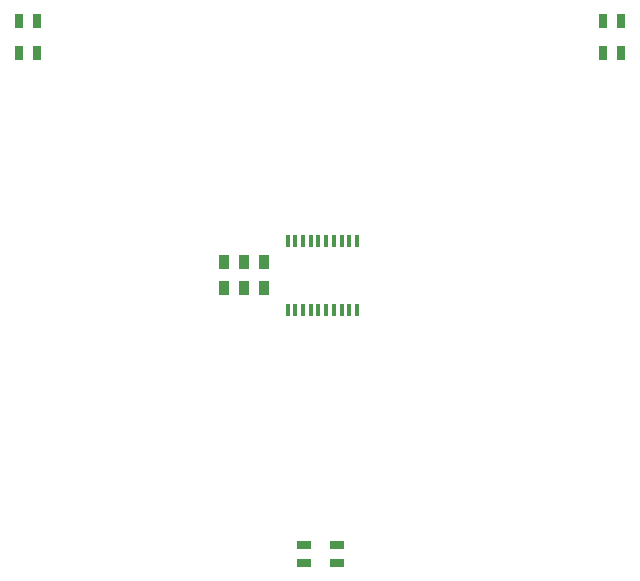
<source format=gbr>
G04 #@! TF.GenerationSoftware,KiCad,Pcbnew,(5.1.9)-1*
G04 #@! TF.CreationDate,2021-03-14T15:16:18+00:00*
G04 #@! TF.ProjectId,Retrospector_Controls,52657472-6f73-4706-9563-746f725f436f,rev?*
G04 #@! TF.SameCoordinates,Original*
G04 #@! TF.FileFunction,Paste,Bot*
G04 #@! TF.FilePolarity,Positive*
%FSLAX46Y46*%
G04 Gerber Fmt 4.6, Leading zero omitted, Abs format (unit mm)*
G04 Created by KiCad (PCBNEW (5.1.9)-1) date 2021-03-14 15:16:18*
%MOMM*%
%LPD*%
G01*
G04 APERTURE LIST*
%ADD10R,1.300000X0.700000*%
%ADD11R,0.700000X1.300000*%
%ADD12R,0.400000X1.000000*%
%ADD13R,0.900000X1.200000*%
G04 APERTURE END LIST*
D10*
X128650000Y-98550000D03*
X131400000Y-98550000D03*
X128650000Y-97050000D03*
X131400000Y-97050000D03*
D11*
X153950000Y-52650000D03*
X153950000Y-55400000D03*
X155450000Y-52650000D03*
X155450000Y-55400000D03*
X104550000Y-52650000D03*
X104550000Y-55400000D03*
X106050000Y-52650000D03*
X106050000Y-55400000D03*
D12*
X133125000Y-77100000D03*
X132475000Y-77100000D03*
X131825000Y-77100000D03*
X131175000Y-77100000D03*
X130525000Y-77100000D03*
X129875000Y-77100000D03*
X129225000Y-77100000D03*
X128575000Y-77100000D03*
X127925000Y-77100000D03*
X127275000Y-77100000D03*
X127275000Y-71300000D03*
X127925000Y-71300000D03*
X128575000Y-71300000D03*
X129225000Y-71300000D03*
X129875000Y-71300000D03*
X130525000Y-71300000D03*
X131175000Y-71300000D03*
X131825000Y-71300000D03*
X132475000Y-71300000D03*
X133125000Y-71300000D03*
D13*
X121900000Y-75300000D03*
X121900000Y-73100000D03*
X125300000Y-75300000D03*
X125300000Y-73100000D03*
X123600000Y-75300000D03*
X123600000Y-73100000D03*
M02*

</source>
